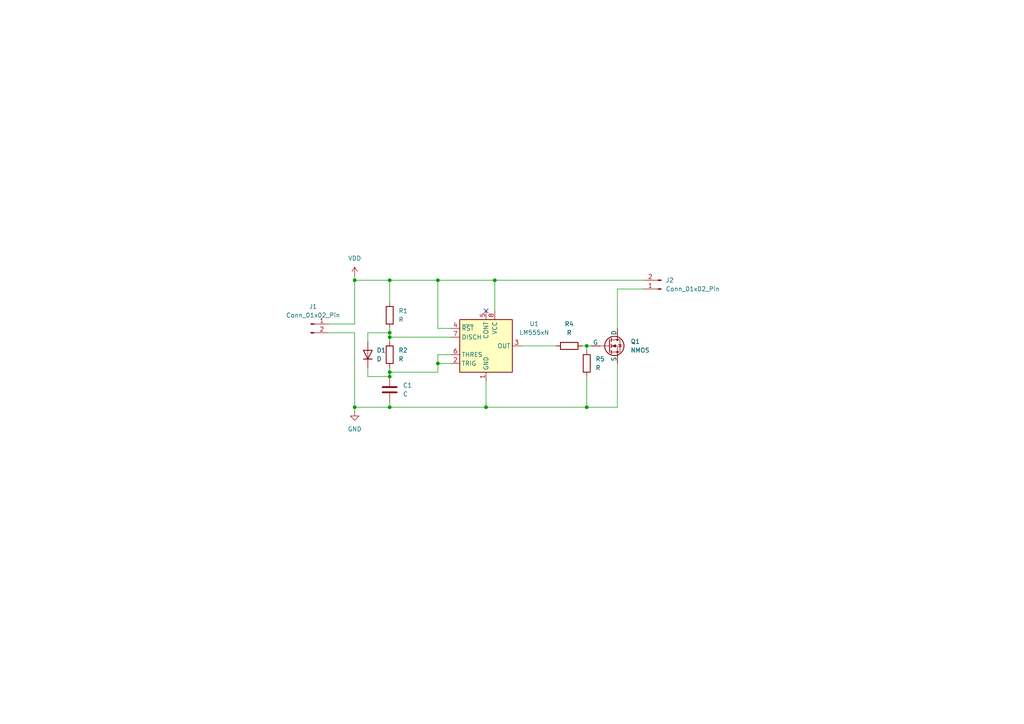
<source format=kicad_sch>
(kicad_sch (version 20250114) (generator "eeschema") (generator_version "9.0")
  (paper "A4")
  (lib_symbols
    (symbol "Connector:Conn_01x02_Pin" (pin_names (offset 1.016) (hide yes))
      (property "Reference" "J" (at 0 2.54 0))
      (property "Value" "Conn_01x02_Pin" (at 0 -5.08 0))
      (symbol "Conn_01x02_Pin_1_1"
        (rectangle (start 0.8636 0.127) (end 0 -0.127) (stroke (width 0.1524)) (fill (type outline)))
        (rectangle (start 0.8636 -2.413) (end 0 -2.667) (stroke (width 0.1524)) (fill (type outline)))
        (polyline (pts (xy 1.27 0) (xy 0.8636 0)) (stroke (width 0.1524)))
        (polyline (pts (xy 1.27 -2.54) (xy 0.8636 -2.54)) (stroke (width 0.1524)))
        (pin passive line (at 5.08 0 180) (length 3.81) (name "Pin_1") (number "1"))
        (pin passive line (at 5.08 -2.54 180) (length 3.81) (name "Pin_2") (number "2"))
      )
    )
    (symbol "Device:C" (pin_numbers (hide yes)) (pin_names (offset 0.254))
      (property "Reference" "C" (at 0.635 2.54 0))
      (property "Value" "C" (at 0.635 -2.54 0))
      (symbol "C_0_1"
        (polyline (pts (xy -2.032 0.762) (xy 2.032 0.762)) (stroke (width 0.508)))
        (polyline (pts (xy -2.032 -0.762) (xy 2.032 -0.762)) (stroke (width 0.508)))
      )
      (symbol "C_1_1"
        (pin passive line (at 0 3.81 270) (length 2.794) (name "~") (number "1"))
        (pin passive line (at 0 -3.81 90) (length 2.794) (name "~") (number "2"))
      )
    )
    (symbol "Device:D" (pin_numbers (hide yes)) (pin_names (offset 1.016) (hide yes))
      (property "Reference" "D" (at 0 2.54 0))
      (property "Value" "D" (at 0 -2.54 0))
      (symbol "D_0_1"
        (polyline (pts (xy -1.27 1.27) (xy -1.27 -1.27)) (stroke (width 0.254)))
        (polyline (pts (xy 1.27 1.27) (xy 1.27 -1.27) (xy -1.27 0) (xy 1.27 1.27)) (stroke (width 0.254)))
        (polyline (pts (xy 1.27 0) (xy -1.27 0)))
      )
      (symbol "D_1_1"
        (pin passive line (at -3.81 0 0) (length 2.54) (name "K") (number "1"))
        (pin passive line (at 3.81 0 180) (length 2.54) (name "A") (number "2"))
      )
    )
    (symbol "Device:R" (pin_numbers (hide yes)) (pin_names (offset 0))
      (property "Reference" "R" (at 2.032 0 90))
      (property "Value" "R" (at 0 0 90))
      (symbol "R_0_1"
        (rectangle (start -1.016 -2.54) (end 1.016 2.54) (stroke (width 0.254)))
      )
      (symbol "R_1_1"
        (pin passive line (at 0 3.81 270) (length 1.27) (name "~") (number "1"))
        (pin passive line (at 0 -3.81 90) (length 1.27) (name "~") (number "2"))
      )
    )
    (symbol "Simulation_SPICE:NMOS" (pin_numbers (hide yes)) (pin_names (offset 0))
      (property "Reference" "Q" (at 5.08 1.27 0))
      (property "Value" "NMOS" (at 5.08 -1.27 0))
      (symbol "NMOS_0_1"
        (polyline (pts (xy 0.254 1.905) (xy 0.254 -1.905)) (stroke (width 0.254)))
        (polyline (pts (xy 0.254 0) (xy -2.54 0)))
        (polyline (pts (xy 0.762 2.286) (xy 0.762 1.27)) (stroke (width 0.254)))
        (polyline (pts (xy 0.762 0.508) (xy 0.762 -0.508)) (stroke (width 0.254)))
        (polyline (pts (xy 0.762 -1.27) (xy 0.762 -2.286)) (stroke (width 0.254)))
        (polyline (pts (xy 0.762 -1.778) (xy 3.302 -1.778) (xy 3.302 1.778) (xy 0.762 1.778)))
        (polyline (pts (xy 1.016 0) (xy 2.032 0.381) (xy 2.032 -0.381) (xy 1.016 0)) (fill (type outline)))
        (circle (center 1.651 0) (radius 2.794) (stroke (width 0.254)))
        (polyline (pts (xy 2.54 2.54) (xy 2.54 1.778)))
        (circle (center 2.54 1.778) (radius 0.254) (fill (type outline)))
        (circle (center 2.54 -1.778) (radius 0.254) (fill (type outline)))
        (polyline (pts (xy 2.54 -2.54) (xy 2.54 0) (xy 0.762 0)))
        (polyline (pts (xy 2.794 0.508) (xy 2.921 0.381) (xy 3.683 0.381) (xy 3.81 0.254)))
        (polyline (pts (xy 3.302 0.381) (xy 2.921 -0.254) (xy 3.683 -0.254) (xy 3.302 0.381)))
      )
      (symbol "NMOS_1_1"
        (pin input line (at -5.08 0 0) (length 2.54) (name "G") (number "2"))
        (pin passive line (at 2.54 5.08 270) (length 2.54) (name "D") (number "1"))
        (pin passive line (at 2.54 -5.08 90) (length 2.54) (name "S") (number "3"))
      )
    )
    (symbol "Timer:LM555xN"
      (property "Reference" "U" (at -10.16 8.89 0))
      (property "Value" "LM555xN" (at 2.54 8.89 0))
      (symbol "LM555xN_0_0"
        (pin power_in line (at 0 -10.16 90) (length 2.54) (name "GND") (number "1"))
        (pin power_in line (at 2.54 10.16 270) (length 2.54) (name "VCC") (number "8"))
      )
      (symbol "LM555xN_0_1"
        (rectangle (start -7.62 7.62) (end 7.62 -7.62) (stroke (width 0.254)) (fill (type background)))
      )
      (symbol "LM555xN_1_1"
        (pin input line (at -10.16 5.08 0) (length 2.54) (name "~{RST}") (number "4"))
        (pin input line (at -10.16 2.54 0) (length 2.54) (name "DISCH") (number "7"))
        (pin input line (at -10.16 -2.54 0) (length 2.54) (name "THRES") (number "6"))
        (pin input line (at -10.16 -5.08 0) (length 2.54) (name "TRIG") (number "2"))
        (pin open_collector line (at 0 10.16 270) (length 2.54) (name "CONT") (number "5"))
        (pin output line (at 10.16 0 180) (length 2.54) (name "OUT") (number "3"))
      )
    )
    (symbol "power:GND" (power) (pin_numbers (hide yes)) (pin_names (offset 0) (hide yes))
      (property "Value" "GND" (at 0 -3.81 0))
      (symbol "GND_0_1"
        (polyline (pts (xy 0 0) (xy 0 -1.27) (xy 1.27 -1.27) (xy 0 -2.54) (xy -1.27 -1.27) (xy 0 -1.27)))
      )
      (symbol "GND_1_1"
        (pin power_in line (at 0 0 270) (length 0) (name "~") (number "1"))
      )
    )
    (symbol "power:VDD" (power) (pin_numbers (hide yes)) (pin_names (offset 0) (hide yes))
      (property "Value" "VDD" (at 0 3.556 0))
      (symbol "VDD_0_1"
        (polyline (pts (xy -0.762 1.27) (xy 0 2.54)))
        (polyline (pts (xy 0 2.54) (xy 0.762 1.27)))
        (polyline (pts (xy 0 0) (xy 0 2.54)))
      )
      (symbol "VDD_1_1"
        (pin power_in line (at 0 0 90) (length 0) (name "~") (number "1"))
      )
    )
  )
  (junction (at 127 105.41))
  (junction (at 113.03 118.11))
  (junction (at 113.03 96.52))
  (junction (at 102.87 81.28))
  (junction (at 143.51 81.28))
  (junction (at 113.03 109.22))
  (junction (at 170.18 118.11))
  (junction (at 127 81.28))
  (junction (at 140.97 118.11))
  (junction (at 113.03 81.28))
  (junction (at 113.03 97.79))
  (junction (at 113.03 107.95))
  (junction (at 102.87 118.11))
  (junction (at 170.18 100.33))
  (no_connect (at 140.97 90.17))
  (wire (pts (xy 140.97 110.49) (xy 140.97 118.11)))
  (wire (pts (xy 113.03 97.79) (xy 113.03 99.06)))
  (wire (pts (xy 102.87 93.98) (xy 102.87 81.28)))
  (wire (pts (xy 113.03 97.79) (xy 130.81 97.79)))
  (wire (pts (xy 127 105.41) (xy 127 107.95)))
  (wire (pts (xy 127 107.95) (xy 113.03 107.95)))
  (wire (pts (xy 102.87 80.01) (xy 102.87 81.28)))
  (wire (pts (xy 113.03 107.95) (xy 113.03 109.22)))
  (wire (pts (xy 102.87 118.11) (xy 113.03 118.11)))
  (wire (pts (xy 179.07 105.41) (xy 179.07 118.11)))
  (wire (pts (xy 179.07 83.82) (xy 186.69 83.82)))
  (wire (pts (xy 113.03 106.68) (xy 113.03 107.95)))
  (wire (pts (xy 127 105.41) (xy 130.81 105.41)))
  (wire (pts (xy 106.68 96.52) (xy 113.03 96.52)))
  (wire (pts (xy 127 95.25) (xy 127 81.28)))
  (wire (pts (xy 143.51 90.17) (xy 143.51 81.28)))
  (wire (pts (xy 113.03 95.25) (xy 113.03 96.52)))
  (wire (pts (xy 179.07 118.11) (xy 170.18 118.11)))
  (wire (pts (xy 113.03 81.28) (xy 113.03 87.63)))
  (wire (pts (xy 102.87 81.28) (xy 113.03 81.28)))
  (wire (pts (xy 179.07 95.25) (xy 179.07 83.82)))
  (wire (pts (xy 102.87 96.52) (xy 102.87 118.11)))
  (wire (pts (xy 106.68 109.22) (xy 113.03 109.22)))
  (wire (pts (xy 168.91 100.33) (xy 170.18 100.33)))
  (wire (pts (xy 130.81 102.87) (xy 127 102.87)))
  (wire (pts (xy 127 81.28) (xy 143.51 81.28)))
  (wire (pts (xy 140.97 118.11) (xy 170.18 118.11)))
  (wire (pts (xy 102.87 119.38) (xy 102.87 118.11)))
  (wire (pts (xy 95.25 96.52) (xy 102.87 96.52)))
  (wire (pts (xy 170.18 100.33) (xy 171.45 100.33)))
  (wire (pts (xy 113.03 96.52) (xy 113.03 97.79)))
  (wire (pts (xy 151.13 100.33) (xy 161.29 100.33)))
  (wire (pts (xy 113.03 81.28) (xy 127 81.28)))
  (wire (pts (xy 95.25 93.98) (xy 102.87 93.98)))
  (wire (pts (xy 113.03 118.11) (xy 140.97 118.11)))
  (wire (pts (xy 113.03 118.11) (xy 113.03 116.84)))
  (wire (pts (xy 127 102.87) (xy 127 105.41)))
  (wire (pts (xy 106.68 99.06) (xy 106.68 96.52)))
  (wire (pts (xy 170.18 100.33) (xy 170.18 101.6)))
  (wire (pts (xy 170.18 118.11) (xy 170.18 109.22)))
  (wire (pts (xy 130.81 95.25) (xy 127 95.25)))
  (wire (pts (xy 106.68 109.22) (xy 106.68 106.68)))
  (wire (pts (xy 143.51 81.28) (xy 186.69 81.28)))
  (symbol (lib_id "Device:R") (at 165.1 100.33 90) (unit 1)
    (property "Reference" "R4" (at 165.1 93.98 90))
    (property "Value" "R" (at 165.1 96.52 90))
    (property "Footprint" "Resistor_THT:R_Axial_DIN0204_L3.6mm_D1.6mm_P5.08mm_Horizontal" (effects (hide yes)))
    (property "Description" "Resistor" (effects (hide yes)))
  )
  (symbol (lib_id "Connector:Conn_01x02_Pin") (at 191.77 83.82 180) (unit 1)
    (property "Reference" "J2" (at 193.04 81.2799 0) (effects (justify right)))
    (property "Value" "Conn_01x02_Pin" (at 193.04 83.8199 0) (effects (justify right)))
    (property "Footprint" "Connector_PinHeader_2.54mm:PinHeader_1x02_P2.54mm_Vertical" (effects (hide yes)))
    (property "Description" "Generic connector, single row, 01x02, script generated" (effects (hide yes)))
  )
  (symbol (lib_id "Device:D") (at 106.68 102.87 90) (unit 1)
    (property "Reference" "D1" (at 109.22 101.5999 90) (effects (justify right)))
    (property "Value" "D" (at 109.22 104.1399 90) (effects (justify right)))
    (property "Footprint" "Diode_THT:D_DO-35_SOD27_P7.62mm_Horizontal" (effects (hide yes)))
    (property "Description" "Diode" (effects (hide yes)))
    (property "Sim.Device" "D" (effects (hide yes)))
    (property "Sim.Pins" "1=K 2=A" (effects (hide yes)))
  )
  (symbol (lib_id "Device:R") (at 113.03 91.44 0) (unit 1)
    (property "Reference" "R1" (at 115.57 90.1699 0) (effects (justify left)))
    (property "Value" "R" (at 115.57 92.7099 0) (effects (justify left)))
    (property "Footprint" "Resistor_THT:R_Axial_DIN0204_L3.6mm_D1.6mm_P5.08mm_Horizontal" (effects (hide yes)))
    (property "Description" "Resistor" (effects (hide yes)))
  )
  (symbol (lib_id "Device:C") (at 113.03 113.03 0) (unit 1)
    (property "Reference" "C1" (at 116.84 111.7599 0) (effects (justify left)))
    (property "Value" "C" (at 116.84 114.2999 0) (effects (justify left)))
    (property "Footprint" "Capacitor_THT:C_Disc_D3.0mm_W1.6mm_P2.50mm" (effects (hide yes)))
    (property "Description" "Unpolarized capacitor" (effects (hide yes)))
  )
  (symbol (lib_id "Connector:Conn_01x02_Pin") (at 90.17 93.98 0) (unit 1)
    (property "Reference" "J1" (at 90.805 88.9 0))
    (property "Value" "Conn_01x02_Pin" (at 90.805 91.44 0))
    (property "Footprint" "Connector_PinHeader_2.54mm:PinHeader_1x02_P2.54mm_Vertical" (effects (hide yes)))
    (property "Description" "Generic connector, single row, 01x02, script generated" (effects (hide yes)))
  )
  (symbol (lib_id "power:GND") (at 102.87 119.38 0) (unit 1)
    (property "Reference" "#PWR01" (effects (hide yes)))
    (property "Value" "GND" (at 102.87 124.46 0))
    (property "Description" "Power symbol creates a global label with name \"GND\" , ground" (effects (hide yes)))
  )
  (symbol (lib_id "Device:R") (at 170.18 105.41 0) (unit 1)
    (property "Reference" "R5" (at 172.72 104.1399 0) (effects (justify left)))
    (property "Value" "R" (at 172.72 106.6799 0) (effects (justify left)))
    (property "Footprint" "Resistor_THT:R_Axial_DIN0204_L3.6mm_D1.6mm_P5.08mm_Horizontal" (effects (hide yes)))
    (property "Description" "Resistor" (effects (hide yes)))
  )
  (symbol (lib_id "Device:R") (at 113.03 102.87 0) (unit 1)
    (property "Reference" "R2" (at 115.57 101.5999 0) (effects (justify left)))
    (property "Value" "R" (at 115.57 104.1399 0) (effects (justify left)))
    (property "Footprint" "Resistor_THT:R_Axial_DIN0204_L3.6mm_D1.6mm_P5.08mm_Horizontal" (effects (hide yes)))
    (property "Description" "Resistor" (effects (hide yes)))
  )
  (symbol (lib_id "Timer:LM555xN") (at 140.97 100.33 0) (unit 1)
    (property "Reference" "U1" (at 154.94 93.9098 0))
    (property "Value" "LM555xN" (at 154.94 96.4498 0))
    (property "Footprint" "Package_DIP:DIP-8_W7.62mm" (effects (hide yes)))
    (property "Datasheet" "http://www.ti.com/lit/ds/symlink/lm555.pdf" (effects (hide yes)))
    (property "Description" "Timer, 555 compatible, PDIP-8" (effects (hide yes)))
  )
  (symbol (lib_id "Simulation_SPICE:NMOS") (at 176.53 100.33 0) (unit 1)
    (property "Reference" "Q1" (at 182.88 99.0599 0) (effects (justify left)))
    (property "Value" "NMOS" (at 182.88 101.5999 0) (effects (justify left)))
    (property "Footprint" "Package_TO_SOT_THT:TO-220-3_Vertical" (effects (hide yes)))
    (property "Datasheet" "https://ngspice.sourceforge.io/docs/ngspice-html-manual/manual.xhtml#cha_MOSFETs" (effects (hide yes)))
    (property "Description" "N-MOSFET transistor, drain/source/gate" (effects (hide yes)))
    (property "Sim.Device" "NMOS" (effects (hide yes)))
    (property "Sim.Type" "VDMOS" (effects (hide yes)))
    (property "Sim.Pins" "1=D 2=G 3=S" (effects (hide yes)))
  )
  (symbol (lib_id "power:VDD") (at 102.87 80.01 0) (unit 1)
    (property "Reference" "#PWR02" (effects (hide yes)))
    (property "Value" "VDD" (at 102.87 74.93 0))
    (property "Description" "Power symbol creates a global label with name \"VDD\"" (effects (hide yes)))
  )
)
</source>
